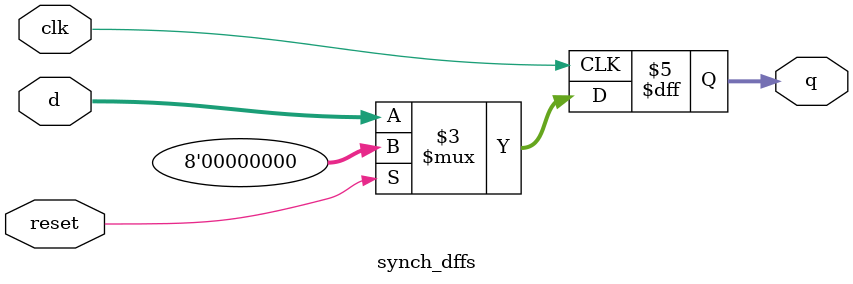
<source format=v>
module synch_dffs (
    input clk,
    input reset,   
    input [7:0] d,
    output reg[7:0] q
);
    always@(posedge clk)begin
        if(reset)q<=8'b0;
        else q<=d;
    end

endmodule

</source>
